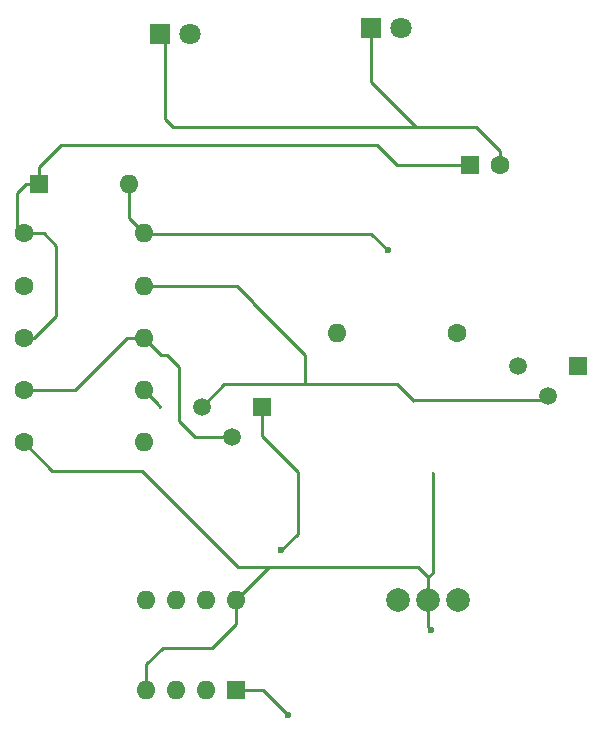
<source format=gbr>
%TF.GenerationSoftware,KiCad,Pcbnew,7.0.8*%
%TF.CreationDate,2024-08-03T05:57:31+02:00*%
%TF.ProjectId,RobiV4,526f6269-5634-42e6-9b69-6361645f7063,rev?*%
%TF.SameCoordinates,Original*%
%TF.FileFunction,Copper,L1,Top*%
%TF.FilePolarity,Positive*%
%FSLAX46Y46*%
G04 Gerber Fmt 4.6, Leading zero omitted, Abs format (unit mm)*
G04 Created by KiCad (PCBNEW 7.0.8) date 2024-08-03 05:57:31*
%MOMM*%
%LPD*%
G01*
G04 APERTURE LIST*
%TA.AperFunction,ComponentPad*%
%ADD10R,1.600000X1.600000*%
%TD*%
%TA.AperFunction,ComponentPad*%
%ADD11C,1.600000*%
%TD*%
%TA.AperFunction,ComponentPad*%
%ADD12R,1.800000X1.800000*%
%TD*%
%TA.AperFunction,ComponentPad*%
%ADD13C,1.800000*%
%TD*%
%TA.AperFunction,ComponentPad*%
%ADD14R,1.500000X1.500000*%
%TD*%
%TA.AperFunction,ComponentPad*%
%ADD15C,1.500000*%
%TD*%
%TA.AperFunction,ComponentPad*%
%ADD16O,1.600000X1.600000*%
%TD*%
%TA.AperFunction,ComponentPad*%
%ADD17C,2.000000*%
%TD*%
%TA.AperFunction,ViaPad*%
%ADD18C,0.600000*%
%TD*%
%TA.AperFunction,ViaPad*%
%ADD19C,0.300000*%
%TD*%
%TA.AperFunction,Conductor*%
%ADD20C,0.250000*%
%TD*%
G04 APERTURE END LIST*
D10*
%TO.P,C1,1*%
%TO.N,Net-(D3-K)*%
X149733000Y-66294000D03*
D11*
%TO.P,C1,2*%
%TO.N,Net-(D1-K)*%
X152233000Y-66294000D03*
%TD*%
D12*
%TO.P,D1,1,K*%
%TO.N,Net-(D1-K)*%
X123444000Y-55245000D03*
D13*
%TO.P,D1,2,A*%
%TO.N,Net-(D1-A)*%
X125984000Y-55245000D03*
%TD*%
D12*
%TO.P,D2,1,K*%
%TO.N,Net-(D1-K)*%
X141351000Y-54737000D03*
D13*
%TO.P,D2,2,A*%
%TO.N,Net-(D1-A)*%
X143891000Y-54737000D03*
%TD*%
D14*
%TO.P,T1,1,E*%
%TO.N,Net-(D1-K)*%
X132080000Y-86766400D03*
D15*
%TO.P,T1,2,B*%
%TO.N,Net-(Q1-B)*%
X129540000Y-89306400D03*
%TO.P,T1,3,C*%
%TO.N,Net-(Q1-C)*%
X127000000Y-86766400D03*
%TD*%
D14*
%TO.P,T2,1,E*%
%TO.N,Net-(D1-A)*%
X158860000Y-83310000D03*
D15*
%TO.P,T2,2,B*%
%TO.N,Net-(Q1-C)*%
X156320000Y-85850000D03*
%TO.P,T2,3,C*%
%TO.N,Net-(Q2-C)*%
X153780000Y-83310000D03*
%TD*%
D10*
%TO.P,D3,1,K*%
%TO.N,Net-(D3-K)*%
X113216001Y-67945000D03*
D16*
%TO.P,D3,2,A*%
%TO.N,Net-(D3-A)*%
X120836001Y-67945000D03*
%TD*%
D11*
%TO.P,R3,1*%
%TO.N,Net-(D3-K)*%
X111946001Y-80951400D03*
D16*
%TO.P,R3,2*%
%TO.N,Net-(Q1-B)*%
X122106001Y-80951400D03*
%TD*%
D11*
%TO.P,R4,1*%
%TO.N,Net-(Q1-B)*%
X111946001Y-85370200D03*
D16*
%TO.P,R4,2*%
%TO.N,Net-(D1-K)*%
X122106001Y-85370200D03*
%TD*%
D11*
%TO.P,R5,1*%
%TO.N,Net-(S1-E)*%
X111946001Y-76532600D03*
D16*
%TO.P,R5,2*%
%TO.N,Net-(Q1-C)*%
X122106001Y-76532600D03*
%TD*%
D11*
%TO.P,R6,1*%
%TO.N,Net-(S1-E)*%
X111946001Y-89789000D03*
D16*
%TO.P,R6,2*%
%TO.N,Net-(Q2-C)*%
X122106001Y-89789000D03*
%TD*%
D11*
%TO.P,R1on1,1*%
%TO.N,Net-(D3-K)*%
X111946001Y-72113800D03*
D16*
%TO.P,R1on1,2*%
%TO.N,Net-(D3-A)*%
X122106001Y-72113800D03*
%TD*%
D17*
%TO.P,S1,1,A*%
%TO.N,Net-(S1-A-Pad1)*%
X143637000Y-103124000D03*
%TO.P,S1,2,E*%
%TO.N,Net-(S1-E)*%
X146177000Y-103124000D03*
%TO.P,S1,3,A*%
%TO.N,unconnected-(S1-A-Pad3)*%
X148717000Y-103124000D03*
%TD*%
D10*
%TO.P,U1,1,GND*%
%TO.N,Net-(D1-K)*%
X129921000Y-110744000D03*
D16*
%TO.P,U1,2,TR*%
%TO.N,Net-(D3-K)*%
X127381000Y-110744000D03*
%TO.P,U1,3,Q*%
%TO.N,unconnected-(U1-Q-Pad3)*%
X124841000Y-110744000D03*
%TO.P,U1,4,R*%
%TO.N,Net-(S1-E)*%
X122301000Y-110744000D03*
%TO.P,U1,5,CV*%
%TO.N,unconnected-(U1-CV-Pad5)*%
X122301000Y-103124000D03*
%TO.P,U1,6,THR*%
%TO.N,Net-(D3-K)*%
X124841000Y-103124000D03*
%TO.P,U1,7,DIS*%
%TO.N,Net-(D3-A)*%
X127381000Y-103124000D03*
%TO.P,U1,8,VCC*%
%TO.N,Net-(S1-E)*%
X129921000Y-103124000D03*
%TD*%
D11*
%TO.P,R1off1,1*%
%TO.N,Net-(S1-E)*%
X148590000Y-80568800D03*
D16*
%TO.P,R1off1,2*%
%TO.N,Net-(D3-A)*%
X138430000Y-80568800D03*
%TD*%
D18*
%TO.N,Net-(D1-K)*%
X133731000Y-98933000D03*
X134315200Y-112877600D03*
%TO.N,Net-(D3-A)*%
X142748000Y-73533000D03*
D19*
%TO.N,Net-(S1-E)*%
X146558000Y-92354400D03*
D18*
X146431000Y-105664000D03*
%TD*%
D20*
%TO.N,Net-(D3-K)*%
X112141000Y-67945000D02*
X111379000Y-68707000D01*
X113216001Y-67945000D02*
X112141000Y-67945000D01*
X113216001Y-66488999D02*
X113216001Y-67945000D01*
X114681000Y-73152000D02*
X114681000Y-79121000D01*
X115062000Y-64643000D02*
X113216001Y-66488999D01*
X113642800Y-72113800D02*
X114681000Y-73152000D01*
X112850600Y-80951400D02*
X111946001Y-80951400D01*
X114681000Y-79121000D02*
X112850600Y-80951400D01*
X143510000Y-66294000D02*
X141859000Y-64643000D01*
X111379000Y-71546799D02*
X111946001Y-72113800D01*
X111379000Y-68707000D02*
X111379000Y-71546799D01*
X141859000Y-64643000D02*
X115062000Y-64643000D01*
X149733000Y-66294000D02*
X143510000Y-66294000D01*
X111946001Y-72113800D02*
X113642800Y-72113800D01*
%TO.N,Net-(D1-K)*%
X135128000Y-92329000D02*
X132080000Y-89281000D01*
X124587000Y-63119000D02*
X147066000Y-63119000D01*
X141351000Y-54737000D02*
X141351000Y-59309000D01*
X135128000Y-97536000D02*
X133731000Y-98933000D01*
X123349801Y-86614000D02*
X123244501Y-86508699D01*
X123868726Y-62400726D02*
X124587000Y-63119000D01*
X152233000Y-65111000D02*
X152233000Y-66294000D01*
X132181600Y-110744000D02*
X129921000Y-110744000D01*
X130175000Y-110998000D02*
X129921000Y-110744000D01*
X123444000Y-55245000D02*
X123868726Y-55669726D01*
X145161000Y-63119000D02*
X147066000Y-63119000D01*
X123502202Y-86766400D02*
X123244501Y-86508699D01*
X123868726Y-55669726D02*
X123868726Y-62400726D01*
X132080000Y-89281000D02*
X132080000Y-86766400D01*
X135128000Y-92329000D02*
X135128000Y-97536000D01*
X123244501Y-86508699D02*
X122106001Y-85370200D01*
X147066000Y-63119000D02*
X150241000Y-63119000D01*
X141351000Y-59309000D02*
X145161000Y-63119000D01*
X134315200Y-112877600D02*
X132181600Y-110744000D01*
X150241000Y-63119000D02*
X152233000Y-65111000D01*
%TO.N,Net-(D3-A)*%
X122128201Y-72136000D02*
X122106001Y-72113800D01*
X142748000Y-73533000D02*
X141351000Y-72136000D01*
X120836001Y-67945000D02*
X120836001Y-70843800D01*
X120836001Y-70843800D02*
X122106001Y-72113800D01*
X141351000Y-72136000D02*
X122128201Y-72136000D01*
%TO.N,Net-(S1-E)*%
X129921000Y-103124000D02*
X132715000Y-100330000D01*
X114359001Y-92202000D02*
X121920000Y-92202000D01*
X132715000Y-100330000D02*
X133223000Y-100330000D01*
X127889000Y-107188000D02*
X123698000Y-107188000D01*
X146558000Y-100838000D02*
X146177000Y-101219000D01*
X129921000Y-105156000D02*
X127889000Y-107188000D01*
X130048000Y-100330000D02*
X133223000Y-100330000D01*
X146177000Y-101219000D02*
X146177000Y-103124000D01*
X146177000Y-105410000D02*
X146431000Y-105664000D01*
X146177000Y-103124000D02*
X146177000Y-105410000D01*
X133223000Y-100330000D02*
X145288000Y-100330000D01*
X111946001Y-89789000D02*
X114359001Y-92202000D01*
X146558000Y-92354400D02*
X146558000Y-100838000D01*
X121920000Y-92202000D02*
X130048000Y-100330000D01*
X129921000Y-103124000D02*
X129921000Y-105156000D01*
X145288000Y-100330000D02*
X146177000Y-101219000D01*
X122301000Y-108585000D02*
X122301000Y-110744000D01*
X123698000Y-107188000D02*
X122301000Y-108585000D01*
%TO.N,Net-(Q1-B)*%
X120673800Y-80951400D02*
X116255000Y-85370200D01*
X122106001Y-80951400D02*
X120673800Y-80951400D01*
X125100000Y-83400000D02*
X124100000Y-82400000D01*
X123554601Y-82400000D02*
X122106001Y-80951400D01*
X126406400Y-89306400D02*
X125100000Y-88000000D01*
X125100000Y-88000000D02*
X125100000Y-83400000D01*
X124100000Y-82400000D02*
X123554601Y-82400000D01*
X129540000Y-89306400D02*
X126406400Y-89306400D01*
X116255000Y-85370200D02*
X111946001Y-85370200D01*
%TO.N,Net-(Q1-C)*%
X128930400Y-84836000D02*
X127000000Y-86766400D01*
X144830800Y-86106000D02*
X143560800Y-84836000D01*
X156514800Y-86182200D02*
X144907000Y-86182200D01*
X135788400Y-84836000D02*
X128930400Y-84836000D01*
X135788400Y-84836000D02*
X135788400Y-82397600D01*
X144932400Y-86258400D02*
X144932400Y-86207600D01*
X129999600Y-76532600D02*
X131391000Y-77924000D01*
X131391000Y-77924000D02*
X131391000Y-78000200D01*
X122106001Y-76532600D02*
X129999600Y-76532600D01*
X131391000Y-78000200D02*
X135788400Y-82397600D01*
X144907000Y-86182200D02*
X144830800Y-86106000D01*
X143560800Y-84836000D02*
X135788400Y-84836000D01*
X144932400Y-86207600D02*
X144830800Y-86106000D01*
%TD*%
M02*

</source>
